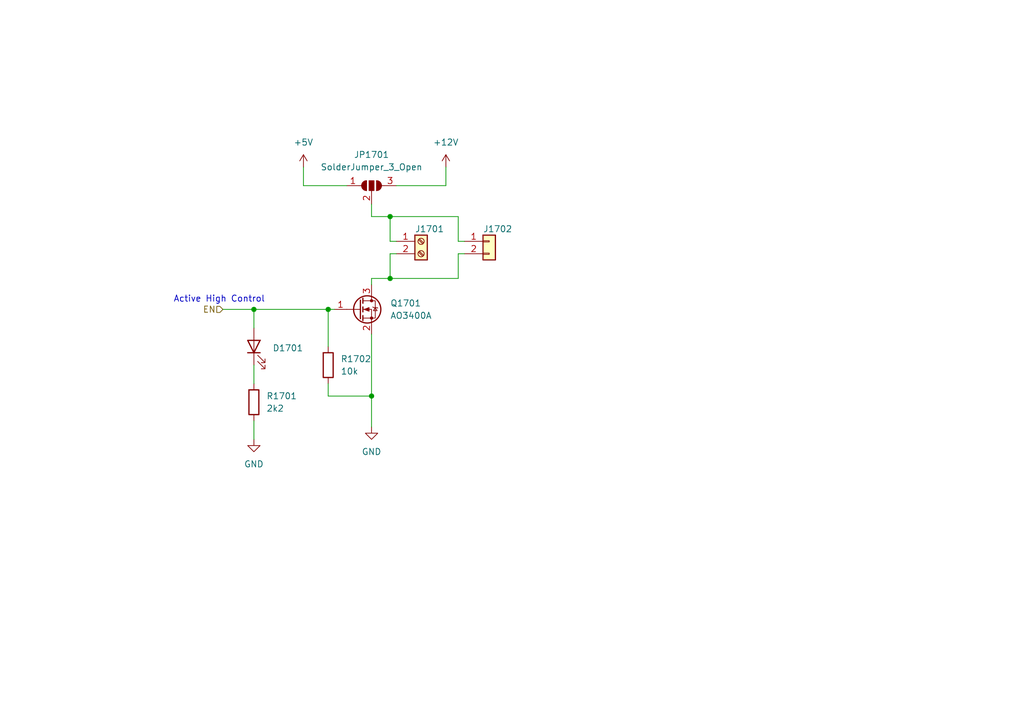
<source format=kicad_sch>
(kicad_sch (version 20230121) (generator eeschema)
  (paper "A5")
  (lib_symbols
    (symbol "Connector:Screw_Terminal_01x02" (pin_names (offset 1.016) hide)
      (property "Reference" "J" (at 0 2.54 0))
      (property "Value" "Screw_Terminal_01x02" (at 0 -5.08 0))
      (symbol "Screw_Terminal_01x02_1_1"
        (rectangle (start -1.27 1.27) (end 1.27 -3.81) (stroke (width 0.254)) (fill (type background)))
        (circle (center 0 -2.54) (radius 0.635) (stroke (width 0.1524)))
        (polyline (pts (xy -0.5334 -2.2098) (xy 0.3302 -3.048)) (stroke (width 0.1524)))
        (polyline (pts (xy -0.5334 0.3302) (xy 0.3302 -0.508)) (stroke (width 0.1524)))
        (polyline (pts (xy -0.3556 -2.032) (xy 0.508 -2.8702)) (stroke (width 0.1524)))
        (polyline (pts (xy -0.3556 0.508) (xy 0.508 -0.3302)) (stroke (width 0.1524)))
        (circle (center 0 0) (radius 0.635) (stroke (width 0.1524)))
        (pin passive line (at -5.08 0 0) (length 3.81) (name "Pin_1") (number "1"))
        (pin passive line (at -5.08 -2.54 0) (length 3.81) (name "Pin_2") (number "2"))
      )
    )
    (symbol "Connector_Generic:Conn_01x02" (pin_names (offset 1.016) hide)
      (property "Reference" "J" (at 0 2.54 0))
      (property "Value" "Conn_01x02" (at 0 -5.08 0))
      (symbol "Conn_01x02_1_1"
        (rectangle (start -1.27 -2.413) (end 0 -2.667) (stroke (width 0.1524)))
        (rectangle (start -1.27 0.127) (end 0 -0.127) (stroke (width 0.1524)))
        (rectangle (start -1.27 1.27) (end 1.27 -3.81) (stroke (width 0.254)) (fill (type background)))
        (pin passive line (at -5.08 0 0) (length 3.81) (name "Pin_1") (number "1"))
        (pin passive line (at -5.08 -2.54 0) (length 3.81) (name "Pin_2") (number "2"))
      )
    )
    (symbol "Device:LED" (pin_numbers hide) (pin_names (offset 1.016) hide)
      (property "Reference" "D" (at 0 2.54 0))
      (property "Value" "LED" (at 0 -2.54 0))
      (symbol "LED_0_1"
        (polyline (pts (xy -1.27 -1.27) (xy -1.27 1.27)) (stroke (width 0.254)))
        (polyline (pts (xy -1.27 0) (xy 1.27 0)))
        (polyline (pts (xy 1.27 -1.27) (xy 1.27 1.27) (xy -1.27 0) (xy 1.27 -1.27)) (stroke (width 0.254)))
        (polyline (pts (xy -3.048 -0.762) (xy -4.572 -2.286) (xy -3.81 -2.286) (xy -4.572 -2.286) (xy -4.572 -1.524)))
        (polyline (pts (xy -1.778 -0.762) (xy -3.302 -2.286) (xy -2.54 -2.286) (xy -3.302 -2.286) (xy -3.302 -1.524)))
      )
      (symbol "LED_1_1"
        (pin passive line (at -3.81 0 0) (length 2.54) (name "K") (number "1"))
        (pin passive line (at 3.81 0 180) (length 2.54) (name "A") (number "2"))
      )
    )
    (symbol "Device:R" (pin_numbers hide) (pin_names (offset 0))
      (property "Reference" "R" (at 2.032 0 90))
      (property "Value" "R" (at 0 0 90))
      (symbol "R_0_1"
        (rectangle (start -1.016 -2.54) (end 1.016 2.54) (stroke (width 0.254)))
      )
      (symbol "R_1_1"
        (pin passive line (at 0 3.81 270) (length 1.27) (name "~") (number "1"))
        (pin passive line (at 0 -3.81 90) (length 1.27) (name "~") (number "2"))
      )
    )
    (symbol "Jumper:SolderJumper_3_Open" (pin_names (offset 0) hide)
      (property "Reference" "JP" (at -2.54 -2.54 0))
      (property "Value" "SolderJumper_3_Open" (at 0 2.794 0))
      (symbol "SolderJumper_3_Open_0_1"
        (arc (start -1.016 1.016) (mid -2.0276 0) (end -1.016 -1.016))
        (arc (start -1.016 1.016) (mid -2.0276 0) (end -1.016 -1.016) (fill (type outline)))
        (rectangle (start -0.508 1.016) (end 0.508 -1.016) (fill (type outline)))
        (polyline (pts (xy -2.54 0) (xy -2.032 0)))
        (polyline (pts (xy -1.016 1.016) (xy -1.016 -1.016)))
        (polyline (pts (xy 0 -1.27) (xy 0 -1.016)))
        (polyline (pts (xy 1.016 1.016) (xy 1.016 -1.016)))
        (polyline (pts (xy 2.54 0) (xy 2.032 0)))
        (arc (start 1.016 -1.016) (mid 2.0276 0) (end 1.016 1.016))
        (arc (start 1.016 -1.016) (mid 2.0276 0) (end 1.016 1.016) (fill (type outline)))
      )
      (symbol "SolderJumper_3_Open_1_1"
        (pin passive line (at -5.08 0 0) (length 2.54) (name "A") (number "1"))
        (pin passive line (at 0 -3.81 90) (length 2.54) (name "C") (number "2"))
        (pin passive line (at 5.08 0 180) (length 2.54) (name "B") (number "3"))
      )
    )
    (symbol "Transistor_FET:AO3400A" (pin_names hide)
      (property "Reference" "Q" (at 5.08 1.905 0))
      (property "Value" "AO3400A" (at 5.08 0 0))
      (symbol "AO3400A_0_1"
        (polyline (pts (xy 0.254 0) (xy -2.54 0)))
        (polyline (pts (xy 0.254 1.905) (xy 0.254 -1.905)) (stroke (width 0.254)))
        (polyline (pts (xy 0.762 -1.27) (xy 0.762 -2.286)) (stroke (width 0.254)))
        (polyline (pts (xy 0.762 0.508) (xy 0.762 -0.508)) (stroke (width 0.254)))
        (polyline (pts (xy 0.762 2.286) (xy 0.762 1.27)) (stroke (width 0.254)))
        (polyline (pts (xy 2.54 2.54) (xy 2.54 1.778)))
        (polyline (pts (xy 2.54 -2.54) (xy 2.54 0) (xy 0.762 0)))
        (polyline (pts (xy 0.762 -1.778) (xy 3.302 -1.778) (xy 3.302 1.778) (xy 0.762 1.778)))
        (polyline (pts (xy 1.016 0) (xy 2.032 0.381) (xy 2.032 -0.381) (xy 1.016 0)) (fill (type outline)))
        (polyline (pts (xy 2.794 0.508) (xy 2.921 0.381) (xy 3.683 0.381) (xy 3.81 0.254)))
        (polyline (pts (xy 3.302 0.381) (xy 2.921 -0.254) (xy 3.683 -0.254) (xy 3.302 0.381)))
        (circle (center 1.651 0) (radius 2.794) (stroke (width 0.254)))
        (circle (center 2.54 -1.778) (radius 0.254) (fill (type outline)))
        (circle (center 2.54 1.778) (radius 0.254) (fill (type outline)))
      )
      (symbol "AO3400A_1_1"
        (pin input line (at -5.08 0 0) (length 2.54) (name "G") (number "1"))
        (pin passive line (at 2.54 -5.08 90) (length 2.54) (name "S") (number "2"))
        (pin passive line (at 2.54 5.08 270) (length 2.54) (name "D") (number "3"))
      )
    )
    (symbol "power:+12V" (power) (pin_names (offset 0))
      (property "Value" "+12V" (at 0 3.556 0))
      (symbol "+12V_0_1"
        (polyline (pts (xy -0.762 1.27) (xy 0 2.54)))
        (polyline (pts (xy 0 0) (xy 0 2.54)))
        (polyline (pts (xy 0 2.54) (xy 0.762 1.27)))
      )
      (symbol "+12V_1_1"
        (pin power_in line (at 0 0 90) (length 0) hide (name "+12V") (number "1"))
      )
    )
    (symbol "power:+5V" (power) (pin_names (offset 0))
      (property "Value" "+5V" (at 0 3.556 0))
      (symbol "+5V_0_1"
        (polyline (pts (xy -0.762 1.27) (xy 0 2.54)))
        (polyline (pts (xy 0 0) (xy 0 2.54)))
        (polyline (pts (xy 0 2.54) (xy 0.762 1.27)))
      )
      (symbol "+5V_1_1"
        (pin power_in line (at 0 0 90) (length 0) hide (name "+5V") (number "1"))
      )
    )
    (symbol "power:GND" (power) (pin_names (offset 0))
      (property "Value" "GND" (at 0 -3.81 0))
      (symbol "GND_0_1"
        (polyline (pts (xy 0 0) (xy 0 -1.27) (xy 1.27 -1.27) (xy 0 -2.54) (xy -1.27 -1.27) (xy 0 -1.27)))
      )
      (symbol "GND_1_1"
        (pin power_in line (at 0 0 270) (length 0) hide (name "GND") (number "1"))
      )
    )
  )
  (junction (at 76.2 81.28))
  (junction (at 67.31 63.5))
  (junction (at 52.07 63.5))
  (junction (at 80.01 44.45))
  (junction (at 80.01 57.15))
  (wire (pts (xy 76.2 57.15) (xy 80.01 57.15)))
  (wire (pts (xy 52.07 86.36) (xy 52.07 90.17)))
  (wire (pts (xy 67.31 63.5) (xy 67.31 71.12)))
  (wire (pts (xy 52.07 74.93) (xy 52.07 78.74)))
  (wire (pts (xy 76.2 81.28) (xy 76.2 87.63)))
  (wire (pts (xy 80.01 52.07) (xy 80.01 57.15)))
  (wire (pts (xy 91.44 34.29) (xy 91.44 38.1)))
  (wire (pts (xy 95.25 49.53) (xy 93.98 49.53)))
  (wire (pts (xy 80.01 52.07) (xy 81.28 52.07)))
  (wire (pts (xy 67.31 81.28) (xy 67.31 78.74)))
  (wire (pts (xy 67.31 63.5) (xy 68.58 63.5)))
  (wire (pts (xy 76.2 41.91) (xy 76.2 44.45)))
  (wire (pts (xy 52.07 63.5) (xy 67.31 63.5)))
  (wire (pts (xy 76.2 44.45) (xy 80.01 44.45)))
  (wire (pts (xy 80.01 44.45) (xy 93.98 44.45)))
  (wire (pts (xy 76.2 57.15) (xy 76.2 58.42)))
  (wire (pts (xy 62.23 34.29) (xy 62.23 38.1)))
  (wire (pts (xy 45.72 63.5) (xy 52.07 63.5)))
  (wire (pts (xy 93.98 49.53) (xy 93.98 44.45)))
  (wire (pts (xy 81.28 38.1) (xy 91.44 38.1)))
  (wire (pts (xy 93.98 52.07) (xy 95.25 52.07)))
  (wire (pts (xy 67.31 81.28) (xy 76.2 81.28)))
  (wire (pts (xy 80.01 49.53) (xy 81.28 49.53)))
  (wire (pts (xy 52.07 63.5) (xy 52.07 67.31)))
  (wire (pts (xy 76.2 68.58) (xy 76.2 81.28)))
  (wire (pts (xy 80.01 57.15) (xy 93.98 57.15)))
  (wire (pts (xy 71.12 38.1) (xy 62.23 38.1)))
  (wire (pts (xy 93.98 52.07) (xy 93.98 57.15)))
  (wire (pts (xy 80.01 44.45) (xy 80.01 49.53)))
  (text "Active High Control" (at 35.56 62.23 0) (effects (font (size 1.27 1.27)) (justify left bottom)))
  (hierarchical_label "EN" (shape input) (at 45.72 63.5 180))
  (symbol (lib_id "Transistor_FET:AO3400A") (at 73.66 63.5 0) (unit 1)
    (property "Reference" "Q1701" (at 80.01 62.23 0) (effects (justify left)))
    (property "Value" "AO3400A" (at 80.01 64.77 0) (effects (justify left)))
    (property "Footprint" "Package_TO_SOT_SMD:SOT-23" (effects hide))
    (property "Datasheet" "http://www.aosmd.com/pdfs/datasheet/AO3400A.pdf" (effects hide))
    (instances (project "claw_machine" (path "" (reference "Q1701") (unit 1)) (path "" (reference "Q1901") (unit 1)) (path "" (reference "Q1801") (unit 1)) (path "" (reference "Q1601") (unit 1))) (project "ClawMachine" (path "" (reference "Q4") (unit 1)) (path "" (reference "Q3") (unit 1)) (path "" (reference "Q2") (unit 1)) (path "" (reference "Q1") (unit 1))))
  )
  (symbol (lib_id "power:GND") (at 76.2 87.63 0) (unit 1)
    (property "Reference" "#PWR01703" (effects hide))
    (property "Value" "GND" (at 76.2 92.71 0))
    (instances (project "claw_machine" (path "" (reference "#PWR01703") (unit 1)) (path "" (reference "#PWR01903") (unit 1)) (path "" (reference "#PWR01803") (unit 1)) (path "" (reference "#PWR01603") (unit 1))) (project "ClawMachine" (path "" (reference "#PWR058") (unit 1)) (path "" (reference "#PWR055") (unit 1)) (path "" (reference "#PWR052") (unit 1)) (path "" (reference "#PWR050") (unit 1))))
  )
  (symbol (lib_id "Device:R") (at 52.07 82.55 0) (unit 1)
    (property "Reference" "R1701" (at 54.61 81.28 0) (effects (justify left)))
    (property "Value" "2k2" (at 54.61 83.82 0) (effects (justify left)))
    (property "Footprint" "Resistor_SMD:R_1206_3216Metric_Pad1.30x1.75mm_HandSolder" (effects hide))
    (instances (project "claw_machine" (path "" (reference "R1701") (unit 1)) (path "" (reference "R1901") (unit 1)) (path "" (reference "R1801") (unit 1)) (path "" (reference "R1601") (unit 1))) (project "ClawMachine" (path "" (reference "R8") (unit 1)) (path "" (reference "R6") (unit 1)) (path "" (reference "R4") (unit 1)) (path "" (reference "R1") (unit 1))))
  )
  (symbol (lib_id "Connector_Generic:Conn_01x02") (at 100.33 49.53 0) (unit 1)
    (property "Reference" "J1702" (at 99.06 46.99 0) (effects (justify left)))
    (property "Value" "Conn_01x02" (effects hide))
    (property "Footprint" "Connector_PinHeader_2.54mm:PinHeader_1x02_P2.54mm_Vertical" (effects hide))
    (instances (project "claw_machine" (path "" (reference "J1702") (unit 1)) (path "" (reference "J1902") (unit 1)) (path "" (reference "J1802") (unit 1)) (path "" (reference "J1602") (unit 1))))
  )
  (symbol (lib_id "Connector:Screw_Terminal_01x02") (at 86.36 49.53 0) (unit 1)
    (property "Reference" "J1701" (at 85.09 46.99 0) (effects (justify left)))
    (property "Value" "Screw_Terminal_01x02" (effects hide))
    (property "Footprint" "TerminalBlock:TerminalBlock_bornier-2_P5.08mm" (effects hide))
    (instances (project "claw_machine" (path "" (reference "J1701") (unit 1)) (path "" (reference "J1901") (unit 1)) (path "" (reference "J1801") (unit 1)) (path "" (reference "J1601") (unit 1))))
  )
  (symbol (lib_id "power:+12V") (at 91.44 34.29 0) (unit 1)
    (property "Reference" "#PWR01704" (effects hide))
    (property "Value" "+12V" (at 91.44 29.21 0))
    (instances (project "claw_machine" (path "" (reference "#PWR01704") (unit 1)) (path "" (reference "#PWR01904") (unit 1)) (path "" (reference "#PWR01804") (unit 1)) (path "" (reference "#PWR01604") (unit 1))) (project "ClawMachine" (path "" (reference "#PWR059") (unit 1)) (path "" (reference "#PWR056") (unit 1)) (path "" (reference "#PWR053") (unit 1)) (path "" (reference "#PWR049") (unit 1))))
  )
  (symbol (lib_id "Device:LED") (at 52.07 71.12 90) (unit 1)
    (property "Reference" "D1701" (at 55.88 71.4375 90) (effects (justify right)))
    (property "Value" "LED" (effects hide))
    (property "Footprint" "LED_SMD:LED_1206_3216Metric_Pad1.42x1.75mm_HandSolder" (effects hide))
    (instances (project "claw_machine" (path "" (reference "D1701") (unit 1)) (path "" (reference "D1901") (unit 1)) (path "" (reference "D1801") (unit 1)) (path "" (reference "LED1601") (unit 1))) (project "ClawMachine" (path "" (reference "D4") (unit 1)) (path "" (reference "D3") (unit 1)) (path "" (reference "D2") (unit 1)) (path "" (reference "D1") (unit 1))))
  )
  (symbol (lib_id "power:+5V") (at 62.23 34.29 0) (unit 1)
    (property "Reference" "#PWR01702" (effects hide))
    (property "Value" "+5V" (at 62.23 29.21 0))
    (instances (project "claw_machine" (path "" (reference "#PWR01702") (unit 1)) (path "" (reference "#PWR01902") (unit 1)) (path "" (reference "#PWR01802") (unit 1)) (path "" (reference "#PWR01602") (unit 1))) (project "ClawMachine" (path "" (reference "#PWR057") (unit 1)) (path "" (reference "#PWR054") (unit 1)) (path "" (reference "#PWR051") (unit 1)) (path "" (reference "#PWR048") (unit 1))))
  )
  (symbol (lib_id "power:GND") (at 52.07 90.17 0) (unit 1)
    (property "Reference" "#PWR01701" (effects hide))
    (property "Value" "GND" (at 52.07 95.25 0))
    (instances (project "claw_machine" (path "" (reference "#PWR01701") (unit 1)) (path "" (reference "#PWR01901") (unit 1)) (path "" (reference "#PWR01801") (unit 1)) (path "" (reference "#PWR01601") (unit 1))) (project "ClawMachine" (path "" (reference "#PWR058") (unit 1)) (path "" (reference "#PWR055") (unit 1)) (path "" (reference "#PWR052") (unit 1)) (path "" (reference "#PWR050") (unit 1))))
  )
  (symbol (lib_id "Jumper:SolderJumper_3_Open") (at 76.2 38.1 0) (unit 1)
    (property "Reference" "JP1701" (at 76.2 31.75 0))
    (property "Value" "SolderJumper_3_Open" (at 76.2 34.29 0))
    (property "Footprint" "Jumper:SolderJumper-3_P1.3mm_Open_Pad1.0x1.5mm_NumberLabels" (effects hide))
    (instances (project "claw_machine" (path "" (reference "JP1701") (unit 1)) (path "" (reference "JP1901") (unit 1)) (path "" (reference "JP1801") (unit 1)) (path "" (reference "JP1601") (unit 1))) (project "ClawMachine" (path "" (reference "JP4") (unit 1)) (path "" (reference "JP3") (unit 1)) (path "" (reference "JP2") (unit 1)) (path "" (reference "JP1") (unit 1))))
  )
  (symbol (lib_id "Device:R") (at 67.31 74.93 0) (unit 1)
    (property "Reference" "R1702" (at 69.85 73.66 0) (effects (justify left)))
    (property "Value" "10k" (at 69.85 76.2 0) (effects (justify left)))
    (property "Footprint" "Resistor_SMD:R_1206_3216Metric_Pad1.30x1.75mm_HandSolder" (effects hide))
    (instances (project "claw_machine" (path "" (reference "R1702") (unit 1)) (path "" (reference "R1902") (unit 1)) (path "" (reference "R1802") (unit 1)) (path "" (reference "R1602") (unit 1))) (project "ClawMachine" (path "" (reference "R8") (unit 1)) (path "" (reference "R6") (unit 1)) (path "" (reference "R4") (unit 1)) (path "" (reference "R1") (unit 1))))
  )
)
</source>
